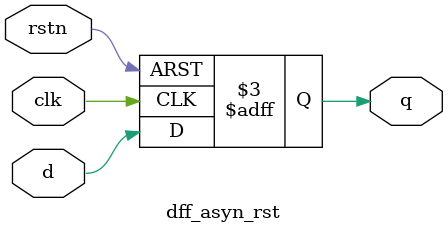
<source format=v>
module dff_asyn_rst(
	input d,
	input rstn,
	input clk,
	output reg q
);

always@(posedge clk or negedge rstn)begin
	if(!rstn)
		q<=0;
	else
		q<=d;
	end
endmodule


</source>
